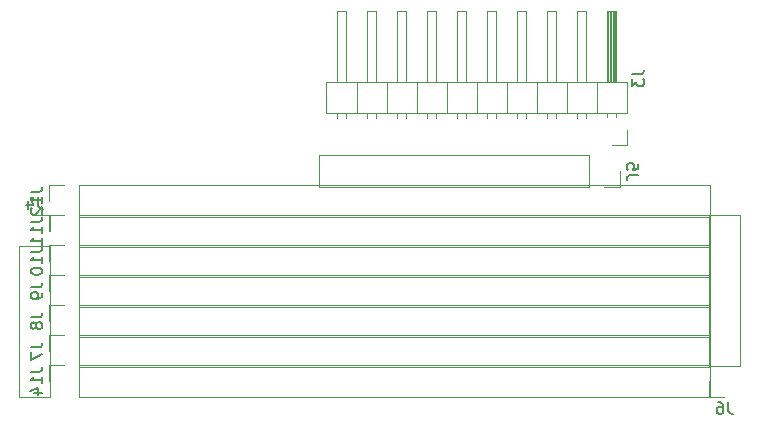
<source format=gbr>
G04 #@! TF.GenerationSoftware,KiCad,Pcbnew,(5.1.4)-1*
G04 #@! TF.CreationDate,2022-11-05T07:13:54+01:00*
G04 #@! TF.ProjectId,REG1-App-Universal,52454731-2d41-4707-902d-556e69766572,V00.02*
G04 #@! TF.SameCoordinates,Original*
G04 #@! TF.FileFunction,Legend,Bot*
G04 #@! TF.FilePolarity,Positive*
%FSLAX46Y46*%
G04 Gerber Fmt 4.6, Leading zero omitted, Abs format (unit mm)*
G04 Created by KiCad (PCBNEW (5.1.4)-1) date 2022-11-05 07:13:54*
%MOMM*%
%LPD*%
G04 APERTURE LIST*
%ADD10C,0.120000*%
%ADD11C,0.150000*%
G04 APERTURE END LIST*
D10*
X83110000Y-114230000D02*
X83110000Y-115560000D01*
X84440000Y-114230000D02*
X83110000Y-114230000D01*
X85710000Y-114230000D02*
X85710000Y-116890000D01*
X85710000Y-116890000D02*
X139110000Y-116890000D01*
X85710000Y-114230000D02*
X139110000Y-114230000D01*
X139110000Y-114230000D02*
X139110000Y-116890000D01*
X83110000Y-98990000D02*
X83110000Y-100320000D01*
X84440000Y-98990000D02*
X83110000Y-98990000D01*
X85710000Y-98990000D02*
X85710000Y-101650000D01*
X85710000Y-101650000D02*
X139110000Y-101650000D01*
X85710000Y-98990000D02*
X139110000Y-98990000D01*
X139110000Y-98990000D02*
X139110000Y-101650000D01*
X83110000Y-101530000D02*
X83110000Y-102860000D01*
X84440000Y-101530000D02*
X83110000Y-101530000D01*
X85710000Y-101530000D02*
X85710000Y-104190000D01*
X85710000Y-104190000D02*
X139110000Y-104190000D01*
X85710000Y-101530000D02*
X139110000Y-101530000D01*
X139110000Y-101530000D02*
X139110000Y-104190000D01*
X83110000Y-104070000D02*
X83110000Y-105400000D01*
X84440000Y-104070000D02*
X83110000Y-104070000D01*
X85710000Y-104070000D02*
X85710000Y-106730000D01*
X85710000Y-106730000D02*
X139110000Y-106730000D01*
X85710000Y-104070000D02*
X139110000Y-104070000D01*
X139110000Y-104070000D02*
X139110000Y-106730000D01*
X83110000Y-106610000D02*
X83110000Y-107940000D01*
X84440000Y-106610000D02*
X83110000Y-106610000D01*
X85710000Y-106610000D02*
X85710000Y-109270000D01*
X85710000Y-109270000D02*
X139110000Y-109270000D01*
X85710000Y-106610000D02*
X139110000Y-106610000D01*
X139110000Y-106610000D02*
X139110000Y-109270000D01*
X83110000Y-109150000D02*
X83110000Y-110480000D01*
X84440000Y-109150000D02*
X83110000Y-109150000D01*
X85710000Y-109150000D02*
X85710000Y-111810000D01*
X85710000Y-111810000D02*
X139110000Y-111810000D01*
X85710000Y-109150000D02*
X139110000Y-109150000D01*
X139110000Y-109150000D02*
X139110000Y-111810000D01*
X83110000Y-111690000D02*
X83110000Y-113020000D01*
X84440000Y-111690000D02*
X83110000Y-111690000D01*
X85710000Y-111690000D02*
X85710000Y-114350000D01*
X85710000Y-114350000D02*
X139110000Y-114350000D01*
X85710000Y-111690000D02*
X139110000Y-111690000D01*
X139110000Y-111690000D02*
X139110000Y-114350000D01*
X138990000Y-116890000D02*
X140320000Y-116890000D01*
X138990000Y-115560000D02*
X138990000Y-116890000D01*
X138990000Y-114290000D02*
X141650000Y-114290000D01*
X141650000Y-114290000D02*
X141650000Y-101530000D01*
X138990000Y-114290000D02*
X138990000Y-101530000D01*
X138990000Y-101530000D02*
X141650000Y-101530000D01*
X131490000Y-99110000D02*
X131490000Y-97780000D01*
X130160000Y-99110000D02*
X131490000Y-99110000D01*
X128890000Y-99110000D02*
X128890000Y-96450000D01*
X128890000Y-96450000D02*
X105970000Y-96450000D01*
X128890000Y-99110000D02*
X105970000Y-99110000D01*
X105970000Y-99110000D02*
X105970000Y-96450000D01*
X83230000Y-101530000D02*
X81900000Y-101530000D01*
X83230000Y-102860000D02*
X83230000Y-101530000D01*
X83230000Y-104130000D02*
X80570000Y-104130000D01*
X80570000Y-104130000D02*
X80570000Y-116890000D01*
X83230000Y-104130000D02*
X83230000Y-116890000D01*
X83230000Y-116890000D02*
X80570000Y-116890000D01*
X132030000Y-95570000D02*
X132030000Y-94300000D01*
X130760000Y-95570000D02*
X132030000Y-95570000D01*
X107520000Y-93257071D02*
X107520000Y-92860000D01*
X108280000Y-93257071D02*
X108280000Y-92860000D01*
X107520000Y-84200000D02*
X107520000Y-90200000D01*
X108280000Y-84200000D02*
X107520000Y-84200000D01*
X108280000Y-90200000D02*
X108280000Y-84200000D01*
X109170000Y-92860000D02*
X109170000Y-90200000D01*
X110060000Y-93257071D02*
X110060000Y-92860000D01*
X110820000Y-93257071D02*
X110820000Y-92860000D01*
X110060000Y-84200000D02*
X110060000Y-90200000D01*
X110820000Y-84200000D02*
X110060000Y-84200000D01*
X110820000Y-90200000D02*
X110820000Y-84200000D01*
X111710000Y-92860000D02*
X111710000Y-90200000D01*
X112600000Y-93257071D02*
X112600000Y-92860000D01*
X113360000Y-93257071D02*
X113360000Y-92860000D01*
X112600000Y-84200000D02*
X112600000Y-90200000D01*
X113360000Y-84200000D02*
X112600000Y-84200000D01*
X113360000Y-90200000D02*
X113360000Y-84200000D01*
X114250000Y-92860000D02*
X114250000Y-90200000D01*
X115140000Y-93257071D02*
X115140000Y-92860000D01*
X115900000Y-93257071D02*
X115900000Y-92860000D01*
X115140000Y-84200000D02*
X115140000Y-90200000D01*
X115900000Y-84200000D02*
X115140000Y-84200000D01*
X115900000Y-90200000D02*
X115900000Y-84200000D01*
X116790000Y-92860000D02*
X116790000Y-90200000D01*
X117680000Y-93257071D02*
X117680000Y-92860000D01*
X118440000Y-93257071D02*
X118440000Y-92860000D01*
X117680000Y-84200000D02*
X117680000Y-90200000D01*
X118440000Y-84200000D02*
X117680000Y-84200000D01*
X118440000Y-90200000D02*
X118440000Y-84200000D01*
X119330000Y-92860000D02*
X119330000Y-90200000D01*
X120220000Y-93257071D02*
X120220000Y-92860000D01*
X120980000Y-93257071D02*
X120980000Y-92860000D01*
X120220000Y-84200000D02*
X120220000Y-90200000D01*
X120980000Y-84200000D02*
X120220000Y-84200000D01*
X120980000Y-90200000D02*
X120980000Y-84200000D01*
X121870000Y-92860000D02*
X121870000Y-90200000D01*
X122760000Y-93257071D02*
X122760000Y-92860000D01*
X123520000Y-93257071D02*
X123520000Y-92860000D01*
X122760000Y-84200000D02*
X122760000Y-90200000D01*
X123520000Y-84200000D02*
X122760000Y-84200000D01*
X123520000Y-90200000D02*
X123520000Y-84200000D01*
X124410000Y-92860000D02*
X124410000Y-90200000D01*
X125300000Y-93257071D02*
X125300000Y-92860000D01*
X126060000Y-93257071D02*
X126060000Y-92860000D01*
X125300000Y-84200000D02*
X125300000Y-90200000D01*
X126060000Y-84200000D02*
X125300000Y-84200000D01*
X126060000Y-90200000D02*
X126060000Y-84200000D01*
X126950000Y-92860000D02*
X126950000Y-90200000D01*
X127840000Y-93257071D02*
X127840000Y-92860000D01*
X128600000Y-93257071D02*
X128600000Y-92860000D01*
X127840000Y-84200000D02*
X127840000Y-90200000D01*
X128600000Y-84200000D02*
X127840000Y-84200000D01*
X128600000Y-90200000D02*
X128600000Y-84200000D01*
X129490000Y-92860000D02*
X129490000Y-90200000D01*
X130380000Y-93190000D02*
X130380000Y-92860000D01*
X131140000Y-93190000D02*
X131140000Y-92860000D01*
X130480000Y-90200000D02*
X130480000Y-84200000D01*
X130600000Y-90200000D02*
X130600000Y-84200000D01*
X130720000Y-90200000D02*
X130720000Y-84200000D01*
X130840000Y-90200000D02*
X130840000Y-84200000D01*
X130960000Y-90200000D02*
X130960000Y-84200000D01*
X131080000Y-90200000D02*
X131080000Y-84200000D01*
X130380000Y-84200000D02*
X130380000Y-90200000D01*
X131140000Y-84200000D02*
X130380000Y-84200000D01*
X131140000Y-90200000D02*
X131140000Y-84200000D01*
X132090000Y-90200000D02*
X132090000Y-92860000D01*
X106570000Y-90200000D02*
X132090000Y-90200000D01*
X106570000Y-92860000D02*
X106570000Y-90200000D01*
X132090000Y-92860000D02*
X106570000Y-92860000D01*
D11*
X81562380Y-114750476D02*
X82276666Y-114750476D01*
X82419523Y-114702857D01*
X82514761Y-114607619D01*
X82562380Y-114464761D01*
X82562380Y-114369523D01*
X82562380Y-115750476D02*
X82562380Y-115179047D01*
X82562380Y-115464761D02*
X81562380Y-115464761D01*
X81705238Y-115369523D01*
X81800476Y-115274285D01*
X81848095Y-115179047D01*
X81895714Y-116607619D02*
X82562380Y-116607619D01*
X81514761Y-116369523D02*
X82229047Y-116131428D01*
X82229047Y-116750476D01*
X81562380Y-99510476D02*
X82276666Y-99510476D01*
X82419523Y-99462857D01*
X82514761Y-99367619D01*
X82562380Y-99224761D01*
X82562380Y-99129523D01*
X82562380Y-100510476D02*
X82562380Y-99939047D01*
X82562380Y-100224761D02*
X81562380Y-100224761D01*
X81705238Y-100129523D01*
X81800476Y-100034285D01*
X81848095Y-99939047D01*
X81657619Y-100891428D02*
X81610000Y-100939047D01*
X81562380Y-101034285D01*
X81562380Y-101272380D01*
X81610000Y-101367619D01*
X81657619Y-101415238D01*
X81752857Y-101462857D01*
X81848095Y-101462857D01*
X81990952Y-101415238D01*
X82562380Y-100843809D01*
X82562380Y-101462857D01*
X81562380Y-102050476D02*
X82276666Y-102050476D01*
X82419523Y-102002857D01*
X82514761Y-101907619D01*
X82562380Y-101764761D01*
X82562380Y-101669523D01*
X82562380Y-103050476D02*
X82562380Y-102479047D01*
X82562380Y-102764761D02*
X81562380Y-102764761D01*
X81705238Y-102669523D01*
X81800476Y-102574285D01*
X81848095Y-102479047D01*
X82562380Y-104002857D02*
X82562380Y-103431428D01*
X82562380Y-103717142D02*
X81562380Y-103717142D01*
X81705238Y-103621904D01*
X81800476Y-103526666D01*
X81848095Y-103431428D01*
X81562380Y-104590476D02*
X82276666Y-104590476D01*
X82419523Y-104542857D01*
X82514761Y-104447619D01*
X82562380Y-104304761D01*
X82562380Y-104209523D01*
X82562380Y-105590476D02*
X82562380Y-105019047D01*
X82562380Y-105304761D02*
X81562380Y-105304761D01*
X81705238Y-105209523D01*
X81800476Y-105114285D01*
X81848095Y-105019047D01*
X81562380Y-106209523D02*
X81562380Y-106304761D01*
X81610000Y-106400000D01*
X81657619Y-106447619D01*
X81752857Y-106495238D01*
X81943333Y-106542857D01*
X82181428Y-106542857D01*
X82371904Y-106495238D01*
X82467142Y-106447619D01*
X82514761Y-106400000D01*
X82562380Y-106304761D01*
X82562380Y-106209523D01*
X82514761Y-106114285D01*
X82467142Y-106066666D01*
X82371904Y-106019047D01*
X82181428Y-105971428D01*
X81943333Y-105971428D01*
X81752857Y-106019047D01*
X81657619Y-106066666D01*
X81610000Y-106114285D01*
X81562380Y-106209523D01*
X81562380Y-107606666D02*
X82276666Y-107606666D01*
X82419523Y-107559047D01*
X82514761Y-107463809D01*
X82562380Y-107320952D01*
X82562380Y-107225714D01*
X82562380Y-108130476D02*
X82562380Y-108320952D01*
X82514761Y-108416190D01*
X82467142Y-108463809D01*
X82324285Y-108559047D01*
X82133809Y-108606666D01*
X81752857Y-108606666D01*
X81657619Y-108559047D01*
X81610000Y-108511428D01*
X81562380Y-108416190D01*
X81562380Y-108225714D01*
X81610000Y-108130476D01*
X81657619Y-108082857D01*
X81752857Y-108035238D01*
X81990952Y-108035238D01*
X82086190Y-108082857D01*
X82133809Y-108130476D01*
X82181428Y-108225714D01*
X82181428Y-108416190D01*
X82133809Y-108511428D01*
X82086190Y-108559047D01*
X81990952Y-108606666D01*
X81562380Y-110146666D02*
X82276666Y-110146666D01*
X82419523Y-110099047D01*
X82514761Y-110003809D01*
X82562380Y-109860952D01*
X82562380Y-109765714D01*
X81990952Y-110765714D02*
X81943333Y-110670476D01*
X81895714Y-110622857D01*
X81800476Y-110575238D01*
X81752857Y-110575238D01*
X81657619Y-110622857D01*
X81610000Y-110670476D01*
X81562380Y-110765714D01*
X81562380Y-110956190D01*
X81610000Y-111051428D01*
X81657619Y-111099047D01*
X81752857Y-111146666D01*
X81800476Y-111146666D01*
X81895714Y-111099047D01*
X81943333Y-111051428D01*
X81990952Y-110956190D01*
X81990952Y-110765714D01*
X82038571Y-110670476D01*
X82086190Y-110622857D01*
X82181428Y-110575238D01*
X82371904Y-110575238D01*
X82467142Y-110622857D01*
X82514761Y-110670476D01*
X82562380Y-110765714D01*
X82562380Y-110956190D01*
X82514761Y-111051428D01*
X82467142Y-111099047D01*
X82371904Y-111146666D01*
X82181428Y-111146666D01*
X82086190Y-111099047D01*
X82038571Y-111051428D01*
X81990952Y-110956190D01*
X81562380Y-112686666D02*
X82276666Y-112686666D01*
X82419523Y-112639047D01*
X82514761Y-112543809D01*
X82562380Y-112400952D01*
X82562380Y-112305714D01*
X81562380Y-113067619D02*
X81562380Y-113734285D01*
X82562380Y-113305714D01*
X140653333Y-117342380D02*
X140653333Y-118056666D01*
X140700952Y-118199523D01*
X140796190Y-118294761D01*
X140939047Y-118342380D01*
X141034285Y-118342380D01*
X139748571Y-117342380D02*
X139939047Y-117342380D01*
X140034285Y-117390000D01*
X140081904Y-117437619D01*
X140177142Y-117580476D01*
X140224761Y-117770952D01*
X140224761Y-118151904D01*
X140177142Y-118247142D01*
X140129523Y-118294761D01*
X140034285Y-118342380D01*
X139843809Y-118342380D01*
X139748571Y-118294761D01*
X139700952Y-118247142D01*
X139653333Y-118151904D01*
X139653333Y-117913809D01*
X139700952Y-117818571D01*
X139748571Y-117770952D01*
X139843809Y-117723333D01*
X140034285Y-117723333D01*
X140129523Y-117770952D01*
X140177142Y-117818571D01*
X140224761Y-117913809D01*
X133037619Y-98113333D02*
X132323333Y-98113333D01*
X132180476Y-98160952D01*
X132085238Y-98256190D01*
X132037619Y-98399047D01*
X132037619Y-98494285D01*
X133037619Y-97160952D02*
X133037619Y-97637142D01*
X132561428Y-97684761D01*
X132609047Y-97637142D01*
X132656666Y-97541904D01*
X132656666Y-97303809D01*
X132609047Y-97208571D01*
X132561428Y-97160952D01*
X132466190Y-97113333D01*
X132228095Y-97113333D01*
X132132857Y-97160952D01*
X132085238Y-97208571D01*
X132037619Y-97303809D01*
X132037619Y-97541904D01*
X132085238Y-97637142D01*
X132132857Y-97684761D01*
X82233333Y-99982380D02*
X82233333Y-100696666D01*
X82280952Y-100839523D01*
X82376190Y-100934761D01*
X82519047Y-100982380D01*
X82614285Y-100982380D01*
X81328571Y-100315714D02*
X81328571Y-100982380D01*
X81566666Y-99934761D02*
X81804761Y-100649047D01*
X81185714Y-100649047D01*
X132482380Y-89581666D02*
X133196666Y-89581666D01*
X133339523Y-89534047D01*
X133434761Y-89438809D01*
X133482380Y-89295952D01*
X133482380Y-89200714D01*
X132482380Y-89962619D02*
X132482380Y-90581666D01*
X132863333Y-90248333D01*
X132863333Y-90391190D01*
X132910952Y-90486428D01*
X132958571Y-90534047D01*
X133053809Y-90581666D01*
X133291904Y-90581666D01*
X133387142Y-90534047D01*
X133434761Y-90486428D01*
X133482380Y-90391190D01*
X133482380Y-90105476D01*
X133434761Y-90010238D01*
X133387142Y-89962619D01*
M02*

</source>
